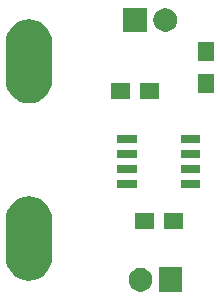
<source format=gbr>
G04 #@! TF.GenerationSoftware,KiCad,Pcbnew,5.0.2*
G04 #@! TF.CreationDate,2019-11-03T11:13:19+01:00*
G04 #@! TF.ProjectId,Tiny13-Nachtlicht,54696e79-3133-42d4-9e61-6368746c6963,rev?*
G04 #@! TF.SameCoordinates,Original*
G04 #@! TF.FileFunction,Soldermask,Bot*
G04 #@! TF.FilePolarity,Negative*
%FSLAX46Y46*%
G04 Gerber Fmt 4.6, Leading zero omitted, Abs format (unit mm)*
G04 Created by KiCad (PCBNEW 5.0.2) date Sun Nov  3 11:13:19 2019*
%MOMM*%
%LPD*%
G01*
G04 APERTURE LIST*
%ADD10C,0.100000*%
G04 APERTURE END LIST*
D10*
G36*
X146001000Y-115051000D02*
X143999000Y-115051000D01*
X143999000Y-112949000D01*
X146001000Y-112949000D01*
X146001000Y-115051000D01*
X146001000Y-115051000D01*
G37*
G36*
X142751981Y-113037468D02*
X142934150Y-113112925D01*
X143098103Y-113222475D01*
X143237525Y-113361897D01*
X143347075Y-113525850D01*
X143422532Y-113708019D01*
X143461000Y-113901410D01*
X143461000Y-114098590D01*
X143422532Y-114291981D01*
X143347075Y-114474150D01*
X143237525Y-114638103D01*
X143098103Y-114777525D01*
X142934150Y-114887075D01*
X142751981Y-114962532D01*
X142558590Y-115001000D01*
X142361410Y-115001000D01*
X142168019Y-114962532D01*
X141985850Y-114887075D01*
X141821897Y-114777525D01*
X141682475Y-114638103D01*
X141572925Y-114474150D01*
X141497468Y-114291981D01*
X141459000Y-114098590D01*
X141459000Y-113901410D01*
X141497468Y-113708019D01*
X141572925Y-113525850D01*
X141682475Y-113361897D01*
X141821897Y-113222475D01*
X141985850Y-113112925D01*
X142168019Y-113037468D01*
X142361410Y-112999000D01*
X142558590Y-112999000D01*
X142751981Y-113037468D01*
X142751981Y-113037468D01*
G37*
G36*
X133382462Y-106977229D02*
X133750227Y-107088790D01*
X134089162Y-107269954D01*
X134386240Y-107513760D01*
X134630046Y-107810838D01*
X134811210Y-108149772D01*
X134922771Y-108517537D01*
X134951000Y-108804153D01*
X134951000Y-112195847D01*
X134922771Y-112482463D01*
X134811210Y-112850228D01*
X134630046Y-113189162D01*
X134386240Y-113486240D01*
X134089162Y-113730046D01*
X133750228Y-113911210D01*
X133382463Y-114022771D01*
X133000000Y-114060440D01*
X132617538Y-114022771D01*
X132249773Y-113911210D01*
X131910839Y-113730046D01*
X131613761Y-113486240D01*
X131369955Y-113189162D01*
X131188791Y-112850228D01*
X131077230Y-112482463D01*
X131049001Y-112195847D01*
X131049000Y-108804154D01*
X131077229Y-108517538D01*
X131188790Y-108149773D01*
X131369954Y-107810838D01*
X131613760Y-107513760D01*
X131910838Y-107269954D01*
X132249772Y-107088790D01*
X132617537Y-106977229D01*
X133000000Y-106939560D01*
X133382462Y-106977229D01*
X133382462Y-106977229D01*
G37*
G36*
X146051000Y-109676000D02*
X144449000Y-109676000D01*
X144449000Y-108324000D01*
X146051000Y-108324000D01*
X146051000Y-109676000D01*
X146051000Y-109676000D01*
G37*
G36*
X143551000Y-109676000D02*
X141949000Y-109676000D01*
X141949000Y-108324000D01*
X143551000Y-108324000D01*
X143551000Y-109676000D01*
X143551000Y-109676000D01*
G37*
G36*
X147526000Y-106256000D02*
X145874000Y-106256000D01*
X145874000Y-105554000D01*
X147526000Y-105554000D01*
X147526000Y-106256000D01*
X147526000Y-106256000D01*
G37*
G36*
X142126000Y-106256000D02*
X140474000Y-106256000D01*
X140474000Y-105554000D01*
X142126000Y-105554000D01*
X142126000Y-106256000D01*
X142126000Y-106256000D01*
G37*
G36*
X147526000Y-104986000D02*
X145874000Y-104986000D01*
X145874000Y-104284000D01*
X147526000Y-104284000D01*
X147526000Y-104986000D01*
X147526000Y-104986000D01*
G37*
G36*
X142126000Y-104986000D02*
X140474000Y-104986000D01*
X140474000Y-104284000D01*
X142126000Y-104284000D01*
X142126000Y-104986000D01*
X142126000Y-104986000D01*
G37*
G36*
X147526000Y-103716000D02*
X145874000Y-103716000D01*
X145874000Y-103014000D01*
X147526000Y-103014000D01*
X147526000Y-103716000D01*
X147526000Y-103716000D01*
G37*
G36*
X142126000Y-103716000D02*
X140474000Y-103716000D01*
X140474000Y-103014000D01*
X142126000Y-103014000D01*
X142126000Y-103716000D01*
X142126000Y-103716000D01*
G37*
G36*
X147526000Y-102446000D02*
X145874000Y-102446000D01*
X145874000Y-101744000D01*
X147526000Y-101744000D01*
X147526000Y-102446000D01*
X147526000Y-102446000D01*
G37*
G36*
X142126000Y-102446000D02*
X140474000Y-102446000D01*
X140474000Y-101744000D01*
X142126000Y-101744000D01*
X142126000Y-102446000D01*
X142126000Y-102446000D01*
G37*
G36*
X133382462Y-91977229D02*
X133750227Y-92088790D01*
X134089162Y-92269954D01*
X134386240Y-92513760D01*
X134630046Y-92810838D01*
X134811210Y-93149772D01*
X134922771Y-93517537D01*
X134951000Y-93804153D01*
X134951000Y-97195847D01*
X134922771Y-97482463D01*
X134811210Y-97850228D01*
X134630046Y-98189162D01*
X134386240Y-98486240D01*
X134089162Y-98730046D01*
X133750228Y-98911210D01*
X133382463Y-99022771D01*
X133000000Y-99060440D01*
X132617538Y-99022771D01*
X132249773Y-98911210D01*
X131910839Y-98730046D01*
X131613761Y-98486240D01*
X131369955Y-98189162D01*
X131188791Y-97850228D01*
X131077230Y-97482463D01*
X131049001Y-97195847D01*
X131049000Y-93804154D01*
X131077229Y-93517538D01*
X131188790Y-93149773D01*
X131369954Y-92810838D01*
X131613760Y-92513760D01*
X131910838Y-92269954D01*
X132249772Y-92088790D01*
X132617537Y-91977229D01*
X133000000Y-91939560D01*
X133382462Y-91977229D01*
X133382462Y-91977229D01*
G37*
G36*
X141551000Y-98676000D02*
X139949000Y-98676000D01*
X139949000Y-97324000D01*
X141551000Y-97324000D01*
X141551000Y-98676000D01*
X141551000Y-98676000D01*
G37*
G36*
X144051000Y-98676000D02*
X142449000Y-98676000D01*
X142449000Y-97324000D01*
X144051000Y-97324000D01*
X144051000Y-98676000D01*
X144051000Y-98676000D01*
G37*
G36*
X148701000Y-98151000D02*
X147299000Y-98151000D01*
X147299000Y-96549000D01*
X148701000Y-96549000D01*
X148701000Y-98151000D01*
X148701000Y-98151000D01*
G37*
G36*
X148701000Y-95451000D02*
X147299000Y-95451000D01*
X147299000Y-93849000D01*
X148701000Y-93849000D01*
X148701000Y-95451000D01*
X148701000Y-95451000D01*
G37*
G36*
X143001000Y-93051000D02*
X140999000Y-93051000D01*
X140999000Y-90949000D01*
X143001000Y-90949000D01*
X143001000Y-93051000D01*
X143001000Y-93051000D01*
G37*
G36*
X144831981Y-91037468D02*
X145014150Y-91112925D01*
X145178103Y-91222475D01*
X145317525Y-91361897D01*
X145427075Y-91525850D01*
X145502532Y-91708019D01*
X145541000Y-91901410D01*
X145541000Y-92098590D01*
X145502532Y-92291981D01*
X145427075Y-92474150D01*
X145317525Y-92638103D01*
X145178103Y-92777525D01*
X145014150Y-92887075D01*
X144831981Y-92962532D01*
X144638590Y-93001000D01*
X144441410Y-93001000D01*
X144248019Y-92962532D01*
X144065850Y-92887075D01*
X143901897Y-92777525D01*
X143762475Y-92638103D01*
X143652925Y-92474150D01*
X143577468Y-92291981D01*
X143539000Y-92098590D01*
X143539000Y-91901410D01*
X143577468Y-91708019D01*
X143652925Y-91525850D01*
X143762475Y-91361897D01*
X143901897Y-91222475D01*
X144065850Y-91112925D01*
X144248019Y-91037468D01*
X144441410Y-90999000D01*
X144638590Y-90999000D01*
X144831981Y-91037468D01*
X144831981Y-91037468D01*
G37*
M02*

</source>
